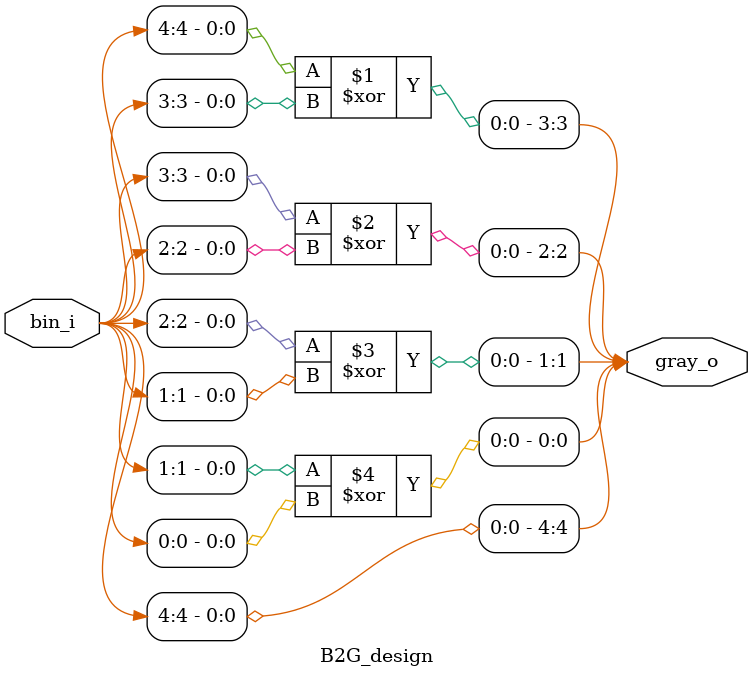
<source format=v>

module B2G_design (
  input     wire[4:0] bin_i,
  output    wire[4:0] gray_o

);

  assign gray_o[4] = bin_i[4];

  genvar i;
  for (i=5-2; i>=0; i=i-1)
    assign gray_o[i] = bin_i[i+1] ^ bin_i[i];

endmodule

</source>
